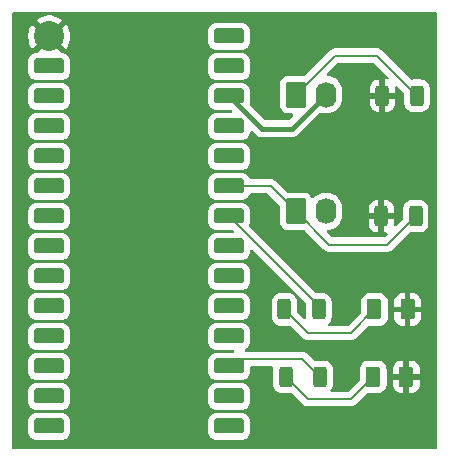
<source format=gtl>
G04 #@! TF.GenerationSoftware,KiCad,Pcbnew,9.0.2*
G04 #@! TF.CreationDate,2025-06-20T10:59:13-07:00*
G04 #@! TF.ProjectId,fsrPrototype1,66737250-726f-4746-9f74-797065312e6b,rev?*
G04 #@! TF.SameCoordinates,Original*
G04 #@! TF.FileFunction,Copper,L1,Top*
G04 #@! TF.FilePolarity,Positive*
%FSLAX46Y46*%
G04 Gerber Fmt 4.6, Leading zero omitted, Abs format (unit mm)*
G04 Created by KiCad (PCBNEW 9.0.2) date 2025-06-20 10:59:13*
%MOMM*%
%LPD*%
G01*
G04 APERTURE LIST*
G04 Aperture macros list*
%AMRoundRect*
0 Rectangle with rounded corners*
0 $1 Rounding radius*
0 $2 $3 $4 $5 $6 $7 $8 $9 X,Y pos of 4 corners*
0 Add a 4 corners polygon primitive as box body*
4,1,4,$2,$3,$4,$5,$6,$7,$8,$9,$2,$3,0*
0 Add four circle primitives for the rounded corners*
1,1,$1+$1,$2,$3*
1,1,$1+$1,$4,$5*
1,1,$1+$1,$6,$7*
1,1,$1+$1,$8,$9*
0 Add four rect primitives between the rounded corners*
20,1,$1+$1,$2,$3,$4,$5,0*
20,1,$1+$1,$4,$5,$6,$7,0*
20,1,$1+$1,$6,$7,$8,$9,0*
20,1,$1+$1,$8,$9,$2,$3,0*%
G04 Aperture macros list end*
G04 #@! TA.AperFunction,ComponentPad*
%ADD10RoundRect,0.250000X-0.620000X-0.845000X0.620000X-0.845000X0.620000X0.845000X-0.620000X0.845000X0*%
G04 #@! TD*
G04 #@! TA.AperFunction,ComponentPad*
%ADD11O,1.740000X2.190000*%
G04 #@! TD*
G04 #@! TA.AperFunction,SMDPad,CuDef*
%ADD12RoundRect,0.250000X0.375000X0.625000X-0.375000X0.625000X-0.375000X-0.625000X0.375000X-0.625000X0*%
G04 #@! TD*
G04 #@! TA.AperFunction,SMDPad,CuDef*
%ADD13RoundRect,0.250000X0.312500X0.625000X-0.312500X0.625000X-0.312500X-0.625000X0.312500X-0.625000X0*%
G04 #@! TD*
G04 #@! TA.AperFunction,ComponentPad*
%ADD14C,2.540000*%
G04 #@! TD*
G04 #@! TA.AperFunction,ComponentPad*
%ADD15RoundRect,0.190500X-1.079500X-0.444500X1.079500X-0.444500X1.079500X0.444500X-1.079500X0.444500X0*%
G04 #@! TD*
G04 #@! TA.AperFunction,SMDPad,CuDef*
%ADD16RoundRect,0.250000X-0.312500X-0.625000X0.312500X-0.625000X0.312500X0.625000X-0.312500X0.625000X0*%
G04 #@! TD*
G04 #@! TA.AperFunction,Conductor*
%ADD17C,0.200000*%
G04 #@! TD*
G04 #@! TA.AperFunction,Conductor*
%ADD18C,0.400000*%
G04 #@! TD*
G04 APERTURE END LIST*
D10*
X65560000Y-62500000D03*
D11*
X68100000Y-62500000D03*
D12*
X75000000Y-80700000D03*
X72200000Y-80700000D03*
D13*
X67600000Y-86400000D03*
X64675000Y-86400000D03*
D14*
X44660000Y-57580000D03*
D15*
X44660000Y-60120000D03*
X44660000Y-62660000D03*
X44660000Y-65200000D03*
X44660000Y-67740000D03*
X44660000Y-70280000D03*
X44660000Y-72820000D03*
X44660000Y-75360000D03*
X44660000Y-77900000D03*
X44660000Y-80440000D03*
X44660000Y-82980000D03*
X44660000Y-85520000D03*
X44660000Y-88060000D03*
X44660000Y-90600000D03*
X59900000Y-90600000D03*
X59900000Y-88060000D03*
X59900000Y-85520000D03*
X59900000Y-82980000D03*
X59900000Y-80440000D03*
X59900000Y-77900000D03*
X59900000Y-75360000D03*
X59900000Y-72820000D03*
X59900000Y-70280000D03*
X59900000Y-67740000D03*
X59900000Y-65200000D03*
X59900000Y-62660000D03*
X59900000Y-60120000D03*
X59900000Y-57580000D03*
D16*
X64575000Y-80700000D03*
X67500000Y-80700000D03*
X72775000Y-72800000D03*
X75700000Y-72800000D03*
D12*
X74900000Y-86400000D03*
X72100000Y-86400000D03*
D10*
X65560000Y-72400000D03*
D11*
X68100000Y-72400000D03*
D16*
X72875000Y-62600000D03*
X75800000Y-62600000D03*
D17*
X70200000Y-88300000D02*
X72100000Y-86400000D01*
X66575000Y-88300000D02*
X70200000Y-88300000D01*
X64675000Y-86400000D02*
X66575000Y-88300000D01*
X70200000Y-82700000D02*
X72200000Y-80700000D01*
X66575000Y-82700000D02*
X70200000Y-82700000D01*
X64575000Y-80700000D02*
X66575000Y-82700000D01*
X73300000Y-75200000D02*
X75700000Y-72800000D01*
X68360000Y-75200000D02*
X73300000Y-75200000D01*
X65560000Y-72400000D02*
X68360000Y-75200000D01*
D18*
X65200000Y-65400000D02*
X68100000Y-62500000D01*
X62640000Y-65400000D02*
X65200000Y-65400000D01*
X59900000Y-62660000D02*
X62640000Y-65400000D01*
D17*
X72400000Y-59200000D02*
X75800000Y-62600000D01*
X68860000Y-59200000D02*
X72400000Y-59200000D01*
X65560000Y-62500000D02*
X68860000Y-59200000D01*
X59900000Y-70280000D02*
X63440000Y-70280000D01*
X63440000Y-70280000D02*
X65560000Y-72400000D01*
X59900000Y-85520000D02*
X60535000Y-84885000D01*
X60535000Y-84885000D02*
X66085000Y-84885000D01*
X66085000Y-84885000D02*
X67600000Y-86400000D01*
X59900000Y-72820000D02*
X67500000Y-80420000D01*
X67500000Y-80420000D02*
X67500000Y-80700000D01*
G04 #@! TA.AperFunction,Conductor*
G36*
X77442539Y-55520185D02*
G01*
X77488294Y-55572989D01*
X77499500Y-55624500D01*
X77499500Y-92375500D01*
X77479815Y-92442539D01*
X77427011Y-92488294D01*
X77375500Y-92499500D01*
X41624500Y-92499500D01*
X41557461Y-92479815D01*
X41511706Y-92427011D01*
X41500500Y-92375500D01*
X41500500Y-90099655D01*
X42889500Y-90099655D01*
X42889500Y-91100354D01*
X42895825Y-91169966D01*
X42895828Y-91169977D01*
X42945747Y-91330175D01*
X42945749Y-91330179D01*
X43032556Y-91473777D01*
X43032560Y-91473782D01*
X43151217Y-91592439D01*
X43151222Y-91592443D01*
X43271815Y-91665343D01*
X43294822Y-91679251D01*
X43455029Y-91729173D01*
X43524653Y-91735500D01*
X45795346Y-91735499D01*
X45795353Y-91735499D01*
X45864966Y-91729174D01*
X45864969Y-91729173D01*
X45864971Y-91729173D01*
X46025178Y-91679251D01*
X46099089Y-91634570D01*
X46168777Y-91592443D01*
X46168778Y-91592441D01*
X46168783Y-91592439D01*
X46287439Y-91473783D01*
X46374251Y-91330178D01*
X46424173Y-91169971D01*
X46430500Y-91100347D01*
X46430499Y-90099655D01*
X58129500Y-90099655D01*
X58129500Y-91100354D01*
X58135825Y-91169966D01*
X58135828Y-91169977D01*
X58185747Y-91330175D01*
X58185749Y-91330179D01*
X58272556Y-91473777D01*
X58272560Y-91473782D01*
X58391217Y-91592439D01*
X58391222Y-91592443D01*
X58511815Y-91665343D01*
X58534822Y-91679251D01*
X58695029Y-91729173D01*
X58764653Y-91735500D01*
X61035346Y-91735499D01*
X61035353Y-91735499D01*
X61104966Y-91729174D01*
X61104969Y-91729173D01*
X61104971Y-91729173D01*
X61265178Y-91679251D01*
X61339089Y-91634570D01*
X61408777Y-91592443D01*
X61408778Y-91592441D01*
X61408783Y-91592439D01*
X61527439Y-91473783D01*
X61614251Y-91330178D01*
X61664173Y-91169971D01*
X61670500Y-91100347D01*
X61670499Y-90099654D01*
X61670499Y-90099653D01*
X61670499Y-90099645D01*
X61664174Y-90030033D01*
X61664171Y-90030022D01*
X61614252Y-89869824D01*
X61614250Y-89869820D01*
X61527443Y-89726222D01*
X61527439Y-89726217D01*
X61408782Y-89607560D01*
X61408777Y-89607556D01*
X61265180Y-89520750D01*
X61265179Y-89520749D01*
X61265178Y-89520749D01*
X61104971Y-89470827D01*
X61104969Y-89470826D01*
X61104967Y-89470826D01*
X61056221Y-89466396D01*
X61035347Y-89464500D01*
X61035344Y-89464500D01*
X58764645Y-89464500D01*
X58695033Y-89470825D01*
X58695022Y-89470828D01*
X58534824Y-89520747D01*
X58534820Y-89520749D01*
X58391222Y-89607556D01*
X58391217Y-89607560D01*
X58272560Y-89726217D01*
X58272556Y-89726222D01*
X58185750Y-89869819D01*
X58135826Y-90030032D01*
X58129500Y-90099655D01*
X46430499Y-90099655D01*
X46430499Y-90099654D01*
X46430499Y-90099653D01*
X46430499Y-90099645D01*
X46424174Y-90030033D01*
X46424171Y-90030022D01*
X46374252Y-89869824D01*
X46374250Y-89869820D01*
X46287443Y-89726222D01*
X46287439Y-89726217D01*
X46168782Y-89607560D01*
X46168777Y-89607556D01*
X46025180Y-89520750D01*
X46025179Y-89520749D01*
X46025178Y-89520749D01*
X45864971Y-89470827D01*
X45864969Y-89470826D01*
X45864967Y-89470826D01*
X45816221Y-89466396D01*
X45795347Y-89464500D01*
X45795344Y-89464500D01*
X43524645Y-89464500D01*
X43455033Y-89470825D01*
X43455022Y-89470828D01*
X43294824Y-89520747D01*
X43294820Y-89520749D01*
X43151222Y-89607556D01*
X43151217Y-89607560D01*
X43032560Y-89726217D01*
X43032556Y-89726222D01*
X42945750Y-89869819D01*
X42895826Y-90030032D01*
X42889500Y-90099655D01*
X41500500Y-90099655D01*
X41500500Y-87559655D01*
X42889500Y-87559655D01*
X42889500Y-88560354D01*
X42895825Y-88629966D01*
X42895828Y-88629977D01*
X42945747Y-88790175D01*
X42945749Y-88790179D01*
X43032556Y-88933777D01*
X43032560Y-88933782D01*
X43151217Y-89052439D01*
X43151222Y-89052443D01*
X43271815Y-89125343D01*
X43294822Y-89139251D01*
X43455029Y-89189173D01*
X43524653Y-89195500D01*
X45795346Y-89195499D01*
X45795353Y-89195499D01*
X45864966Y-89189174D01*
X45864969Y-89189173D01*
X45864971Y-89189173D01*
X46025178Y-89139251D01*
X46099089Y-89094570D01*
X46168777Y-89052443D01*
X46168778Y-89052441D01*
X46168783Y-89052439D01*
X46287439Y-88933783D01*
X46374251Y-88790178D01*
X46424173Y-88629971D01*
X46430500Y-88560347D01*
X46430499Y-87559655D01*
X58129500Y-87559655D01*
X58129500Y-88560354D01*
X58135825Y-88629966D01*
X58135828Y-88629977D01*
X58185747Y-88790175D01*
X58185749Y-88790179D01*
X58272556Y-88933777D01*
X58272560Y-88933782D01*
X58391217Y-89052439D01*
X58391222Y-89052443D01*
X58511815Y-89125343D01*
X58534822Y-89139251D01*
X58695029Y-89189173D01*
X58764653Y-89195500D01*
X61035346Y-89195499D01*
X61035353Y-89195499D01*
X61104966Y-89189174D01*
X61104969Y-89189173D01*
X61104971Y-89189173D01*
X61265178Y-89139251D01*
X61339089Y-89094570D01*
X61408777Y-89052443D01*
X61408778Y-89052441D01*
X61408783Y-89052439D01*
X61527439Y-88933783D01*
X61614251Y-88790178D01*
X61664173Y-88629971D01*
X61670500Y-88560347D01*
X61670499Y-87559654D01*
X61670499Y-87559653D01*
X61670499Y-87559645D01*
X61664174Y-87490033D01*
X61664171Y-87490022D01*
X61614252Y-87329824D01*
X61614250Y-87329820D01*
X61527443Y-87186222D01*
X61527439Y-87186217D01*
X61408782Y-87067560D01*
X61408777Y-87067556D01*
X61265180Y-86980750D01*
X61265179Y-86980749D01*
X61265178Y-86980749D01*
X61104971Y-86930827D01*
X61104969Y-86930826D01*
X61104967Y-86930826D01*
X61056221Y-86926396D01*
X61035347Y-86924500D01*
X61035344Y-86924500D01*
X58764645Y-86924500D01*
X58695033Y-86930825D01*
X58695022Y-86930828D01*
X58534824Y-86980747D01*
X58534820Y-86980749D01*
X58391222Y-87067556D01*
X58391217Y-87067560D01*
X58272560Y-87186217D01*
X58272556Y-87186222D01*
X58185750Y-87329819D01*
X58135826Y-87490032D01*
X58129500Y-87559655D01*
X46430499Y-87559655D01*
X46430499Y-87559654D01*
X46430499Y-87559653D01*
X46430499Y-87559645D01*
X46424174Y-87490033D01*
X46424171Y-87490022D01*
X46374252Y-87329824D01*
X46374250Y-87329820D01*
X46287443Y-87186222D01*
X46287439Y-87186217D01*
X46168782Y-87067560D01*
X46168777Y-87067556D01*
X46025180Y-86980750D01*
X46025179Y-86980749D01*
X46025178Y-86980749D01*
X45864971Y-86930827D01*
X45864969Y-86930826D01*
X45864967Y-86930826D01*
X45816221Y-86926396D01*
X45795347Y-86924500D01*
X45795344Y-86924500D01*
X43524645Y-86924500D01*
X43455033Y-86930825D01*
X43455022Y-86930828D01*
X43294824Y-86980747D01*
X43294820Y-86980749D01*
X43151222Y-87067556D01*
X43151217Y-87067560D01*
X43032560Y-87186217D01*
X43032556Y-87186222D01*
X42945750Y-87329819D01*
X42895826Y-87490032D01*
X42889500Y-87559655D01*
X41500500Y-87559655D01*
X41500500Y-85019655D01*
X42889500Y-85019655D01*
X42889500Y-86020354D01*
X42895825Y-86089966D01*
X42895828Y-86089977D01*
X42945747Y-86250175D01*
X42945749Y-86250179D01*
X43032556Y-86393777D01*
X43032560Y-86393782D01*
X43151217Y-86512439D01*
X43151222Y-86512443D01*
X43233864Y-86562401D01*
X43294822Y-86599251D01*
X43455029Y-86649173D01*
X43524653Y-86655500D01*
X45795346Y-86655499D01*
X45795353Y-86655499D01*
X45864966Y-86649174D01*
X45864969Y-86649173D01*
X45864971Y-86649173D01*
X46025178Y-86599251D01*
X46099089Y-86554570D01*
X46168777Y-86512443D01*
X46168778Y-86512441D01*
X46168783Y-86512439D01*
X46287439Y-86393783D01*
X46374251Y-86250178D01*
X46424173Y-86089971D01*
X46430500Y-86020347D01*
X46430499Y-85019654D01*
X46430499Y-85019653D01*
X46430499Y-85019645D01*
X46424174Y-84950033D01*
X46424171Y-84950022D01*
X46374252Y-84789824D01*
X46374250Y-84789820D01*
X46287443Y-84646222D01*
X46287439Y-84646217D01*
X46168782Y-84527560D01*
X46168777Y-84527556D01*
X46025180Y-84440750D01*
X46025179Y-84440749D01*
X46025178Y-84440749D01*
X45864971Y-84390827D01*
X45864969Y-84390826D01*
X45864967Y-84390826D01*
X45816221Y-84386396D01*
X45795347Y-84384500D01*
X45795344Y-84384500D01*
X43524645Y-84384500D01*
X43455033Y-84390825D01*
X43455022Y-84390828D01*
X43294824Y-84440747D01*
X43294820Y-84440749D01*
X43151222Y-84527556D01*
X43151217Y-84527560D01*
X43032560Y-84646217D01*
X43032556Y-84646222D01*
X42945750Y-84789819D01*
X42895826Y-84950032D01*
X42889500Y-85019655D01*
X41500500Y-85019655D01*
X41500500Y-82479655D01*
X42889500Y-82479655D01*
X42889500Y-83480354D01*
X42895825Y-83549966D01*
X42895828Y-83549977D01*
X42945747Y-83710175D01*
X42945749Y-83710179D01*
X43032556Y-83853777D01*
X43032560Y-83853782D01*
X43151217Y-83972439D01*
X43151222Y-83972443D01*
X43271815Y-84045343D01*
X43294822Y-84059251D01*
X43455029Y-84109173D01*
X43524653Y-84115500D01*
X45795346Y-84115499D01*
X45795353Y-84115499D01*
X45864966Y-84109174D01*
X45864969Y-84109173D01*
X45864971Y-84109173D01*
X46025178Y-84059251D01*
X46099089Y-84014570D01*
X46168777Y-83972443D01*
X46168778Y-83972441D01*
X46168783Y-83972439D01*
X46287439Y-83853783D01*
X46374251Y-83710178D01*
X46424173Y-83549971D01*
X46430500Y-83480347D01*
X46430499Y-82479655D01*
X58129500Y-82479655D01*
X58129500Y-83480354D01*
X58135825Y-83549966D01*
X58135828Y-83549977D01*
X58185747Y-83710175D01*
X58185749Y-83710179D01*
X58272556Y-83853777D01*
X58272560Y-83853782D01*
X58391217Y-83972439D01*
X58391222Y-83972443D01*
X58511815Y-84045343D01*
X58534822Y-84059251D01*
X58695029Y-84109173D01*
X58764653Y-84115500D01*
X60204040Y-84115499D01*
X60206969Y-84116359D01*
X60209939Y-84115639D01*
X60240282Y-84126141D01*
X60271078Y-84135184D01*
X60273078Y-84137492D01*
X60275966Y-84138492D01*
X60295812Y-84163729D01*
X60316833Y-84187987D01*
X60317267Y-84191010D01*
X60319157Y-84193413D01*
X60322208Y-84225373D01*
X60326777Y-84257146D01*
X60325507Y-84259925D01*
X60325798Y-84262966D01*
X60311089Y-84291496D01*
X60297752Y-84320702D01*
X60294759Y-84323172D01*
X60293782Y-84325069D01*
X60266039Y-84346886D01*
X60229664Y-84367887D01*
X60167664Y-84384500D01*
X58764645Y-84384500D01*
X58695033Y-84390825D01*
X58695022Y-84390828D01*
X58534824Y-84440747D01*
X58534820Y-84440749D01*
X58391222Y-84527556D01*
X58391217Y-84527560D01*
X58272560Y-84646217D01*
X58272556Y-84646222D01*
X58185750Y-84789819D01*
X58135826Y-84950032D01*
X58129500Y-85019655D01*
X58129500Y-86020354D01*
X58135825Y-86089966D01*
X58135828Y-86089977D01*
X58185747Y-86250175D01*
X58185749Y-86250179D01*
X58272556Y-86393777D01*
X58272560Y-86393782D01*
X58391217Y-86512439D01*
X58391222Y-86512443D01*
X58473864Y-86562401D01*
X58534822Y-86599251D01*
X58695029Y-86649173D01*
X58764653Y-86655500D01*
X61035346Y-86655499D01*
X61035353Y-86655499D01*
X61104966Y-86649174D01*
X61104969Y-86649173D01*
X61104971Y-86649173D01*
X61265178Y-86599251D01*
X61339089Y-86554570D01*
X61408777Y-86512443D01*
X61408778Y-86512441D01*
X61408783Y-86512439D01*
X61527439Y-86393783D01*
X61614251Y-86250178D01*
X61664173Y-86089971D01*
X61670500Y-86020347D01*
X61670499Y-85609499D01*
X61690183Y-85542461D01*
X61742987Y-85496706D01*
X61794499Y-85485500D01*
X63499153Y-85485500D01*
X63566192Y-85505185D01*
X63611947Y-85557989D01*
X63622511Y-85622102D01*
X63612000Y-85724981D01*
X63612000Y-87075001D01*
X63612001Y-87075018D01*
X63622500Y-87177796D01*
X63622501Y-87177799D01*
X63672877Y-87329822D01*
X63677686Y-87344334D01*
X63769788Y-87493656D01*
X63893844Y-87617712D01*
X64043166Y-87709814D01*
X64209703Y-87764999D01*
X64312491Y-87775500D01*
X65037508Y-87775499D01*
X65127469Y-87766309D01*
X65196160Y-87779078D01*
X65227750Y-87801986D01*
X66206284Y-88780520D01*
X66206286Y-88780521D01*
X66206290Y-88780524D01*
X66343209Y-88859573D01*
X66343216Y-88859577D01*
X66495943Y-88900501D01*
X66495945Y-88900501D01*
X66661654Y-88900501D01*
X66661670Y-88900500D01*
X70113331Y-88900500D01*
X70113347Y-88900501D01*
X70120943Y-88900501D01*
X70279054Y-88900501D01*
X70279057Y-88900501D01*
X70431785Y-88859577D01*
X70481904Y-88830639D01*
X70568716Y-88780520D01*
X70680520Y-88668716D01*
X70680520Y-88668714D01*
X70690728Y-88658507D01*
X70690729Y-88658504D01*
X71541457Y-87807777D01*
X71602778Y-87774294D01*
X71641735Y-87772102D01*
X71674991Y-87775500D01*
X72525008Y-87775499D01*
X72525016Y-87775498D01*
X72525019Y-87775498D01*
X72581302Y-87769748D01*
X72627797Y-87764999D01*
X72794334Y-87709814D01*
X72943656Y-87617712D01*
X73067712Y-87493656D01*
X73159814Y-87344334D01*
X73214999Y-87177797D01*
X73225500Y-87075009D01*
X73225500Y-87074986D01*
X73775001Y-87074986D01*
X73785494Y-87177697D01*
X73840641Y-87344119D01*
X73840643Y-87344124D01*
X73932684Y-87493345D01*
X74056654Y-87617315D01*
X74205875Y-87709356D01*
X74205880Y-87709358D01*
X74372302Y-87764505D01*
X74372309Y-87764506D01*
X74475019Y-87774999D01*
X74649999Y-87774999D01*
X75150000Y-87774999D01*
X75324972Y-87774999D01*
X75324986Y-87774998D01*
X75427697Y-87764505D01*
X75594119Y-87709358D01*
X75594124Y-87709356D01*
X75743345Y-87617315D01*
X75867315Y-87493345D01*
X75959356Y-87344124D01*
X75959358Y-87344119D01*
X76014505Y-87177697D01*
X76014506Y-87177690D01*
X76024999Y-87074986D01*
X76025000Y-87074973D01*
X76025000Y-86650000D01*
X75150000Y-86650000D01*
X75150000Y-87774999D01*
X74649999Y-87774999D01*
X74650000Y-87774998D01*
X74650000Y-86650000D01*
X73775001Y-86650000D01*
X73775001Y-87074986D01*
X73225500Y-87074986D01*
X73225499Y-86393783D01*
X73225499Y-85725013D01*
X73775000Y-85725013D01*
X73775000Y-86150000D01*
X74650000Y-86150000D01*
X75150000Y-86150000D01*
X76024999Y-86150000D01*
X76024999Y-85725028D01*
X76024998Y-85725013D01*
X76014505Y-85622302D01*
X75959358Y-85455880D01*
X75959356Y-85455875D01*
X75867315Y-85306654D01*
X75743345Y-85182684D01*
X75594124Y-85090643D01*
X75594119Y-85090641D01*
X75427697Y-85035494D01*
X75427690Y-85035493D01*
X75324986Y-85025000D01*
X75150000Y-85025000D01*
X75150000Y-86150000D01*
X74650000Y-86150000D01*
X74650000Y-85025000D01*
X74475029Y-85025000D01*
X74475012Y-85025001D01*
X74372302Y-85035494D01*
X74205880Y-85090641D01*
X74205875Y-85090643D01*
X74056654Y-85182684D01*
X73932684Y-85306654D01*
X73840643Y-85455875D01*
X73840641Y-85455880D01*
X73785494Y-85622302D01*
X73785493Y-85622309D01*
X73775000Y-85725013D01*
X73225499Y-85725013D01*
X73225499Y-85724998D01*
X73225498Y-85724981D01*
X73214999Y-85622203D01*
X73214998Y-85622200D01*
X73194072Y-85559050D01*
X73159814Y-85455666D01*
X73067712Y-85306344D01*
X72943656Y-85182288D01*
X72794334Y-85090186D01*
X72627797Y-85035001D01*
X72627795Y-85035000D01*
X72525010Y-85024500D01*
X71674998Y-85024500D01*
X71674980Y-85024501D01*
X71572203Y-85035000D01*
X71572200Y-85035001D01*
X71405668Y-85090185D01*
X71405663Y-85090187D01*
X71256342Y-85182289D01*
X71132289Y-85306342D01*
X71040187Y-85455663D01*
X71040185Y-85455668D01*
X71023777Y-85505185D01*
X70985001Y-85622203D01*
X70985001Y-85622204D01*
X70985000Y-85622204D01*
X70974500Y-85724983D01*
X70974500Y-86624901D01*
X70954815Y-86691940D01*
X70938181Y-86712582D01*
X69987584Y-87663181D01*
X69926261Y-87696666D01*
X69899903Y-87699500D01*
X68598577Y-87699500D01*
X68531538Y-87679815D01*
X68485783Y-87627011D01*
X68475839Y-87557853D01*
X68501312Y-87498587D01*
X68505204Y-87493663D01*
X68505212Y-87493656D01*
X68597314Y-87344334D01*
X68652499Y-87177797D01*
X68663000Y-87075009D01*
X68662999Y-85724992D01*
X68652499Y-85622203D01*
X68597314Y-85455666D01*
X68505212Y-85306344D01*
X68381156Y-85182288D01*
X68231834Y-85090186D01*
X68065297Y-85035001D01*
X68065295Y-85035000D01*
X67962510Y-85024500D01*
X67237498Y-85024500D01*
X67237480Y-85024501D01*
X67147531Y-85033690D01*
X67078838Y-85020920D01*
X67047249Y-84998013D01*
X66572590Y-84523355D01*
X66572588Y-84523352D01*
X66453717Y-84404481D01*
X66453716Y-84404480D01*
X66366904Y-84354360D01*
X66366904Y-84354359D01*
X66366900Y-84354358D01*
X66316785Y-84325423D01*
X66164057Y-84284499D01*
X66005943Y-84284499D01*
X65998347Y-84284499D01*
X65998331Y-84284500D01*
X61337380Y-84284500D01*
X61270341Y-84264815D01*
X61224586Y-84212011D01*
X61214642Y-84142853D01*
X61243667Y-84079297D01*
X61273231Y-84054383D01*
X61408778Y-83972442D01*
X61408777Y-83972442D01*
X61408783Y-83972439D01*
X61527439Y-83853783D01*
X61614251Y-83710178D01*
X61664173Y-83549971D01*
X61670500Y-83480347D01*
X61670499Y-82479654D01*
X61670499Y-82479653D01*
X61670499Y-82479645D01*
X61664174Y-82410033D01*
X61664171Y-82410022D01*
X61614252Y-82249824D01*
X61614250Y-82249820D01*
X61527443Y-82106222D01*
X61527439Y-82106217D01*
X61408782Y-81987560D01*
X61408777Y-81987556D01*
X61265180Y-81900750D01*
X61265179Y-81900749D01*
X61265178Y-81900749D01*
X61104971Y-81850827D01*
X61104969Y-81850826D01*
X61104967Y-81850826D01*
X61056221Y-81846396D01*
X61035347Y-81844500D01*
X61035344Y-81844500D01*
X58764645Y-81844500D01*
X58695033Y-81850825D01*
X58695022Y-81850828D01*
X58534824Y-81900747D01*
X58534820Y-81900749D01*
X58391222Y-81987556D01*
X58391217Y-81987560D01*
X58272560Y-82106217D01*
X58272556Y-82106222D01*
X58185750Y-82249819D01*
X58135826Y-82410032D01*
X58129500Y-82479655D01*
X46430499Y-82479655D01*
X46430499Y-82479654D01*
X46430499Y-82479653D01*
X46430499Y-82479645D01*
X46424174Y-82410033D01*
X46424171Y-82410022D01*
X46374252Y-82249824D01*
X46374250Y-82249820D01*
X46287443Y-82106222D01*
X46287439Y-82106217D01*
X46168782Y-81987560D01*
X46168777Y-81987556D01*
X46025180Y-81900750D01*
X46025179Y-81900749D01*
X46025178Y-81900749D01*
X45864971Y-81850827D01*
X45864969Y-81850826D01*
X45864967Y-81850826D01*
X45816221Y-81846396D01*
X45795347Y-81844500D01*
X45795344Y-81844500D01*
X43524645Y-81844500D01*
X43455033Y-81850825D01*
X43455022Y-81850828D01*
X43294824Y-81900747D01*
X43294820Y-81900749D01*
X43151222Y-81987556D01*
X43151217Y-81987560D01*
X43032560Y-82106217D01*
X43032556Y-82106222D01*
X42945750Y-82249819D01*
X42895826Y-82410032D01*
X42889500Y-82479655D01*
X41500500Y-82479655D01*
X41500500Y-79939655D01*
X42889500Y-79939655D01*
X42889500Y-80940354D01*
X42895825Y-81009966D01*
X42895828Y-81009977D01*
X42945747Y-81170175D01*
X42945749Y-81170179D01*
X43032556Y-81313777D01*
X43032560Y-81313782D01*
X43151217Y-81432439D01*
X43151222Y-81432443D01*
X43270808Y-81504734D01*
X43294822Y-81519251D01*
X43455029Y-81569173D01*
X43524653Y-81575500D01*
X45795346Y-81575499D01*
X45795353Y-81575499D01*
X45864966Y-81569174D01*
X45864969Y-81569173D01*
X45864971Y-81569173D01*
X45971775Y-81535891D01*
X46025175Y-81519252D01*
X46025175Y-81519251D01*
X46025178Y-81519251D01*
X46101445Y-81473146D01*
X46168777Y-81432443D01*
X46168778Y-81432441D01*
X46168783Y-81432439D01*
X46287439Y-81313783D01*
X46374251Y-81170178D01*
X46424173Y-81009971D01*
X46430500Y-80940347D01*
X46430499Y-79939655D01*
X58129500Y-79939655D01*
X58129500Y-80940354D01*
X58135825Y-81009966D01*
X58135828Y-81009977D01*
X58185747Y-81170175D01*
X58185749Y-81170179D01*
X58272556Y-81313777D01*
X58272560Y-81313782D01*
X58391217Y-81432439D01*
X58391222Y-81432443D01*
X58510808Y-81504734D01*
X58534822Y-81519251D01*
X58695029Y-81569173D01*
X58764653Y-81575500D01*
X61035346Y-81575499D01*
X61035353Y-81575499D01*
X61104966Y-81569174D01*
X61104969Y-81569173D01*
X61104971Y-81569173D01*
X61211775Y-81535891D01*
X61265175Y-81519252D01*
X61265175Y-81519251D01*
X61265178Y-81519251D01*
X61341445Y-81473146D01*
X61408777Y-81432443D01*
X61408778Y-81432441D01*
X61408783Y-81432439D01*
X61527439Y-81313783D01*
X61614251Y-81170178D01*
X61664173Y-81009971D01*
X61670500Y-80940347D01*
X61670499Y-79939654D01*
X61670499Y-79939653D01*
X61670499Y-79939645D01*
X61664174Y-79870033D01*
X61664171Y-79870022D01*
X61614252Y-79709824D01*
X61614250Y-79709820D01*
X61527443Y-79566222D01*
X61527439Y-79566217D01*
X61408782Y-79447560D01*
X61408777Y-79447556D01*
X61265180Y-79360750D01*
X61265179Y-79360749D01*
X61265178Y-79360749D01*
X61104971Y-79310827D01*
X61104969Y-79310826D01*
X61104967Y-79310826D01*
X61056221Y-79306396D01*
X61035347Y-79304500D01*
X61035344Y-79304500D01*
X58764645Y-79304500D01*
X58695033Y-79310825D01*
X58695022Y-79310828D01*
X58534824Y-79360747D01*
X58534820Y-79360749D01*
X58391222Y-79447556D01*
X58391217Y-79447560D01*
X58272560Y-79566217D01*
X58272556Y-79566222D01*
X58185750Y-79709819D01*
X58135826Y-79870032D01*
X58129500Y-79939655D01*
X46430499Y-79939655D01*
X46430499Y-79939654D01*
X46430499Y-79939653D01*
X46430499Y-79939645D01*
X46424174Y-79870033D01*
X46424171Y-79870022D01*
X46374252Y-79709824D01*
X46374250Y-79709820D01*
X46287443Y-79566222D01*
X46287439Y-79566217D01*
X46168782Y-79447560D01*
X46168777Y-79447556D01*
X46025180Y-79360750D01*
X46025179Y-79360749D01*
X46025178Y-79360749D01*
X45864971Y-79310827D01*
X45864969Y-79310826D01*
X45864967Y-79310826D01*
X45816221Y-79306396D01*
X45795347Y-79304500D01*
X45795344Y-79304500D01*
X43524645Y-79304500D01*
X43455033Y-79310825D01*
X43455022Y-79310828D01*
X43294824Y-79360747D01*
X43294820Y-79360749D01*
X43151222Y-79447556D01*
X43151217Y-79447560D01*
X43032560Y-79566217D01*
X43032556Y-79566222D01*
X42945750Y-79709819D01*
X42895826Y-79870032D01*
X42889500Y-79939655D01*
X41500500Y-79939655D01*
X41500500Y-77399655D01*
X42889500Y-77399655D01*
X42889500Y-78400354D01*
X42895825Y-78469966D01*
X42895828Y-78469977D01*
X42945747Y-78630175D01*
X42945749Y-78630179D01*
X43032556Y-78773777D01*
X43032560Y-78773782D01*
X43151217Y-78892439D01*
X43151222Y-78892443D01*
X43271815Y-78965343D01*
X43294822Y-78979251D01*
X43455029Y-79029173D01*
X43524653Y-79035500D01*
X45795346Y-79035499D01*
X45795353Y-79035499D01*
X45864966Y-79029174D01*
X45864969Y-79029173D01*
X45864971Y-79029173D01*
X46025178Y-78979251D01*
X46099089Y-78934570D01*
X46168777Y-78892443D01*
X46168778Y-78892441D01*
X46168783Y-78892439D01*
X46287439Y-78773783D01*
X46374251Y-78630178D01*
X46424173Y-78469971D01*
X46430500Y-78400347D01*
X46430499Y-77399655D01*
X58129500Y-77399655D01*
X58129500Y-78400354D01*
X58135825Y-78469966D01*
X58135828Y-78469977D01*
X58185747Y-78630175D01*
X58185749Y-78630179D01*
X58272556Y-78773777D01*
X58272560Y-78773782D01*
X58391217Y-78892439D01*
X58391222Y-78892443D01*
X58511815Y-78965343D01*
X58534822Y-78979251D01*
X58695029Y-79029173D01*
X58764653Y-79035500D01*
X61035346Y-79035499D01*
X61035353Y-79035499D01*
X61104966Y-79029174D01*
X61104969Y-79029173D01*
X61104971Y-79029173D01*
X61265178Y-78979251D01*
X61339089Y-78934570D01*
X61408777Y-78892443D01*
X61408778Y-78892441D01*
X61408783Y-78892439D01*
X61527439Y-78773783D01*
X61614251Y-78630178D01*
X61664173Y-78469971D01*
X61670500Y-78400347D01*
X61670499Y-77399654D01*
X61670499Y-77399653D01*
X61670499Y-77399645D01*
X61664174Y-77330033D01*
X61664171Y-77330022D01*
X61614252Y-77169824D01*
X61614250Y-77169820D01*
X61527443Y-77026222D01*
X61527439Y-77026217D01*
X61408782Y-76907560D01*
X61408777Y-76907556D01*
X61265180Y-76820750D01*
X61265179Y-76820749D01*
X61265178Y-76820749D01*
X61104971Y-76770827D01*
X61104969Y-76770826D01*
X61104967Y-76770826D01*
X61056221Y-76766396D01*
X61035347Y-76764500D01*
X61035344Y-76764500D01*
X58764645Y-76764500D01*
X58695033Y-76770825D01*
X58695022Y-76770828D01*
X58534824Y-76820747D01*
X58534820Y-76820749D01*
X58391222Y-76907556D01*
X58391217Y-76907560D01*
X58272560Y-77026217D01*
X58272556Y-77026222D01*
X58185750Y-77169819D01*
X58135826Y-77330032D01*
X58129500Y-77399655D01*
X46430499Y-77399655D01*
X46430499Y-77399654D01*
X46430499Y-77399653D01*
X46430499Y-77399645D01*
X46424174Y-77330033D01*
X46424171Y-77330022D01*
X46374252Y-77169824D01*
X46374250Y-77169820D01*
X46287443Y-77026222D01*
X46287439Y-77026217D01*
X46168782Y-76907560D01*
X46168777Y-76907556D01*
X46025180Y-76820750D01*
X46025179Y-76820749D01*
X46025178Y-76820749D01*
X45864971Y-76770827D01*
X45864969Y-76770826D01*
X45864967Y-76770826D01*
X45816221Y-76766396D01*
X45795347Y-76764500D01*
X45795344Y-76764500D01*
X43524645Y-76764500D01*
X43455033Y-76770825D01*
X43455022Y-76770828D01*
X43294824Y-76820747D01*
X43294820Y-76820749D01*
X43151222Y-76907556D01*
X43151217Y-76907560D01*
X43032560Y-77026217D01*
X43032556Y-77026222D01*
X42945750Y-77169819D01*
X42895826Y-77330032D01*
X42889500Y-77399655D01*
X41500500Y-77399655D01*
X41500500Y-74859655D01*
X42889500Y-74859655D01*
X42889500Y-75860354D01*
X42895825Y-75929966D01*
X42895828Y-75929977D01*
X42945747Y-76090175D01*
X42945749Y-76090179D01*
X43032556Y-76233777D01*
X43032560Y-76233782D01*
X43151217Y-76352439D01*
X43151222Y-76352443D01*
X43271815Y-76425343D01*
X43294822Y-76439251D01*
X43455029Y-76489173D01*
X43524653Y-76495500D01*
X45795346Y-76495499D01*
X45795353Y-76495499D01*
X45864966Y-76489174D01*
X45864969Y-76489173D01*
X45864971Y-76489173D01*
X46025178Y-76439251D01*
X46099089Y-76394570D01*
X46168777Y-76352443D01*
X46168778Y-76352441D01*
X46168783Y-76352439D01*
X46287439Y-76233783D01*
X46374251Y-76090178D01*
X46424173Y-75929971D01*
X46430500Y-75860347D01*
X46430499Y-74859654D01*
X46430499Y-74859653D01*
X46430499Y-74859645D01*
X46424174Y-74790033D01*
X46424171Y-74790022D01*
X46374252Y-74629824D01*
X46374250Y-74629820D01*
X46287443Y-74486222D01*
X46287439Y-74486217D01*
X46168782Y-74367560D01*
X46168777Y-74367556D01*
X46025180Y-74280750D01*
X46025179Y-74280749D01*
X46025178Y-74280749D01*
X45864971Y-74230827D01*
X45864969Y-74230826D01*
X45864967Y-74230826D01*
X45816221Y-74226396D01*
X45795347Y-74224500D01*
X45795344Y-74224500D01*
X43524645Y-74224500D01*
X43455033Y-74230825D01*
X43455022Y-74230828D01*
X43294824Y-74280747D01*
X43294820Y-74280749D01*
X43151222Y-74367556D01*
X43151217Y-74367560D01*
X43032560Y-74486217D01*
X43032556Y-74486222D01*
X42945750Y-74629819D01*
X42895826Y-74790032D01*
X42889500Y-74859655D01*
X41500500Y-74859655D01*
X41500500Y-72319655D01*
X42889500Y-72319655D01*
X42889500Y-73320354D01*
X42895825Y-73389966D01*
X42895828Y-73389977D01*
X42945747Y-73550175D01*
X42945749Y-73550179D01*
X43032556Y-73693777D01*
X43032560Y-73693782D01*
X43151217Y-73812439D01*
X43151222Y-73812443D01*
X43271815Y-73885343D01*
X43294822Y-73899251D01*
X43455029Y-73949173D01*
X43524653Y-73955500D01*
X45795346Y-73955499D01*
X45795353Y-73955499D01*
X45864966Y-73949174D01*
X45864969Y-73949173D01*
X45864971Y-73949173D01*
X46025178Y-73899251D01*
X46126980Y-73837710D01*
X46168777Y-73812443D01*
X46168778Y-73812441D01*
X46168783Y-73812439D01*
X46287439Y-73693783D01*
X46374251Y-73550178D01*
X46424173Y-73389971D01*
X46430500Y-73320347D01*
X46430499Y-72319655D01*
X58129500Y-72319655D01*
X58129500Y-73320354D01*
X58135825Y-73389966D01*
X58135828Y-73389977D01*
X58185747Y-73550175D01*
X58185749Y-73550179D01*
X58272556Y-73693777D01*
X58272560Y-73693782D01*
X58391217Y-73812439D01*
X58391222Y-73812443D01*
X58511815Y-73885343D01*
X58534822Y-73899251D01*
X58695029Y-73949173D01*
X58764653Y-73955500D01*
X60134902Y-73955499D01*
X60164342Y-73964143D01*
X60194329Y-73970667D01*
X60199344Y-73974421D01*
X60201941Y-73975184D01*
X60222583Y-73991818D01*
X60243584Y-74012819D01*
X60277069Y-74074142D01*
X60272085Y-74143834D01*
X60230213Y-74199767D01*
X60164749Y-74224184D01*
X60155903Y-74224500D01*
X58764645Y-74224500D01*
X58695033Y-74230825D01*
X58695022Y-74230828D01*
X58534824Y-74280747D01*
X58534820Y-74280749D01*
X58391222Y-74367556D01*
X58391217Y-74367560D01*
X58272560Y-74486217D01*
X58272556Y-74486222D01*
X58185750Y-74629819D01*
X58135826Y-74790032D01*
X58129500Y-74859655D01*
X58129500Y-75860354D01*
X58135825Y-75929966D01*
X58135828Y-75929977D01*
X58185747Y-76090175D01*
X58185749Y-76090179D01*
X58272556Y-76233777D01*
X58272560Y-76233782D01*
X58391217Y-76352439D01*
X58391222Y-76352443D01*
X58511815Y-76425343D01*
X58534822Y-76439251D01*
X58695029Y-76489173D01*
X58764653Y-76495500D01*
X61035346Y-76495499D01*
X61035353Y-76495499D01*
X61104966Y-76489174D01*
X61104969Y-76489173D01*
X61104971Y-76489173D01*
X61265178Y-76439251D01*
X61339089Y-76394570D01*
X61408777Y-76352443D01*
X61408778Y-76352441D01*
X61408783Y-76352439D01*
X61527439Y-76233783D01*
X61614251Y-76090178D01*
X61664173Y-75929971D01*
X61670500Y-75860347D01*
X61670499Y-75739094D01*
X61690183Y-75672057D01*
X61742987Y-75626302D01*
X61812145Y-75616358D01*
X61875701Y-75645382D01*
X61882180Y-75651415D01*
X66400681Y-80169916D01*
X66434166Y-80231239D01*
X66437000Y-80257597D01*
X66437000Y-81375001D01*
X66437002Y-81375023D01*
X66440008Y-81404454D01*
X66427237Y-81473146D01*
X66379356Y-81524030D01*
X66311565Y-81540949D01*
X66245389Y-81518532D01*
X66228969Y-81504734D01*
X65674318Y-80950083D01*
X65640833Y-80888760D01*
X65637999Y-80862402D01*
X65637999Y-80024998D01*
X65637998Y-80024981D01*
X65627499Y-79922203D01*
X65627498Y-79922200D01*
X65572314Y-79755666D01*
X65480212Y-79606344D01*
X65356156Y-79482288D01*
X65206834Y-79390186D01*
X65040297Y-79335001D01*
X65040295Y-79335000D01*
X64937510Y-79324500D01*
X64212498Y-79324500D01*
X64212480Y-79324501D01*
X64109703Y-79335000D01*
X64109700Y-79335001D01*
X63943168Y-79390185D01*
X63943163Y-79390187D01*
X63793842Y-79482289D01*
X63669789Y-79606342D01*
X63577687Y-79755663D01*
X63577685Y-79755668D01*
X63577615Y-79755880D01*
X63522501Y-79922203D01*
X63522501Y-79922204D01*
X63522500Y-79922204D01*
X63512000Y-80024983D01*
X63512000Y-81375001D01*
X63512001Y-81375018D01*
X63522500Y-81477796D01*
X63522501Y-81477799D01*
X63577615Y-81644119D01*
X63577686Y-81644334D01*
X63669788Y-81793656D01*
X63793844Y-81917712D01*
X63943166Y-82009814D01*
X64109703Y-82064999D01*
X64212491Y-82075500D01*
X64937508Y-82075499D01*
X65027469Y-82066309D01*
X65096161Y-82079079D01*
X65127751Y-82101986D01*
X66090139Y-83064374D01*
X66090149Y-83064385D01*
X66094479Y-83068715D01*
X66094480Y-83068716D01*
X66206284Y-83180520D01*
X66293095Y-83230639D01*
X66293097Y-83230641D01*
X66331151Y-83252611D01*
X66343215Y-83259577D01*
X66495943Y-83300500D01*
X66654057Y-83300500D01*
X70113331Y-83300500D01*
X70113347Y-83300501D01*
X70120943Y-83300501D01*
X70279054Y-83300501D01*
X70279057Y-83300501D01*
X70431785Y-83259577D01*
X70481904Y-83230639D01*
X70568716Y-83180520D01*
X70680520Y-83068716D01*
X70680520Y-83068714D01*
X70690728Y-83058507D01*
X70690730Y-83058504D01*
X71641456Y-82107777D01*
X71702777Y-82074294D01*
X71741734Y-82072102D01*
X71774991Y-82075500D01*
X72625008Y-82075499D01*
X72625016Y-82075498D01*
X72625019Y-82075498D01*
X72681302Y-82069748D01*
X72727797Y-82064999D01*
X72894334Y-82009814D01*
X73043656Y-81917712D01*
X73167712Y-81793656D01*
X73259814Y-81644334D01*
X73314999Y-81477797D01*
X73325500Y-81375009D01*
X73325500Y-81374986D01*
X73875001Y-81374986D01*
X73885494Y-81477697D01*
X73940641Y-81644119D01*
X73940643Y-81644124D01*
X74032684Y-81793345D01*
X74156654Y-81917315D01*
X74305875Y-82009356D01*
X74305880Y-82009358D01*
X74472302Y-82064505D01*
X74472309Y-82064506D01*
X74575019Y-82074999D01*
X74749999Y-82074999D01*
X75250000Y-82074999D01*
X75424972Y-82074999D01*
X75424986Y-82074998D01*
X75527697Y-82064505D01*
X75694119Y-82009358D01*
X75694124Y-82009356D01*
X75843345Y-81917315D01*
X75967315Y-81793345D01*
X76059356Y-81644124D01*
X76059358Y-81644119D01*
X76114505Y-81477697D01*
X76114506Y-81477690D01*
X76124999Y-81374986D01*
X76125000Y-81374973D01*
X76125000Y-80950000D01*
X75250000Y-80950000D01*
X75250000Y-82074999D01*
X74749999Y-82074999D01*
X74750000Y-82074998D01*
X74750000Y-80950000D01*
X73875001Y-80950000D01*
X73875001Y-81374986D01*
X73325500Y-81374986D01*
X73325499Y-80025013D01*
X73875000Y-80025013D01*
X73875000Y-80450000D01*
X74750000Y-80450000D01*
X75250000Y-80450000D01*
X76124999Y-80450000D01*
X76124999Y-80025028D01*
X76124998Y-80025013D01*
X76114505Y-79922302D01*
X76059358Y-79755880D01*
X76059356Y-79755875D01*
X75967315Y-79606654D01*
X75843345Y-79482684D01*
X75694124Y-79390643D01*
X75694119Y-79390641D01*
X75527697Y-79335494D01*
X75527690Y-79335493D01*
X75424986Y-79325000D01*
X75250000Y-79325000D01*
X75250000Y-80450000D01*
X74750000Y-80450000D01*
X74750000Y-79325000D01*
X74575029Y-79325000D01*
X74575012Y-79325001D01*
X74472302Y-79335494D01*
X74305880Y-79390641D01*
X74305875Y-79390643D01*
X74156654Y-79482684D01*
X74032684Y-79606654D01*
X73940643Y-79755875D01*
X73940641Y-79755880D01*
X73885494Y-79922302D01*
X73885493Y-79922309D01*
X73875000Y-80025013D01*
X73325499Y-80025013D01*
X73325499Y-80024992D01*
X73314999Y-79922203D01*
X73259814Y-79755666D01*
X73167712Y-79606344D01*
X73043656Y-79482288D01*
X72894334Y-79390186D01*
X72727797Y-79335001D01*
X72727795Y-79335000D01*
X72625010Y-79324500D01*
X71774998Y-79324500D01*
X71774980Y-79324501D01*
X71672203Y-79335000D01*
X71672200Y-79335001D01*
X71505668Y-79390185D01*
X71505663Y-79390187D01*
X71356342Y-79482289D01*
X71232289Y-79606342D01*
X71140187Y-79755663D01*
X71140185Y-79755668D01*
X71140115Y-79755880D01*
X71085001Y-79922203D01*
X71085001Y-79922204D01*
X71085000Y-79922204D01*
X71074500Y-80024983D01*
X71074500Y-80924902D01*
X71054815Y-80991941D01*
X71038181Y-81012583D01*
X69987584Y-82063181D01*
X69926261Y-82096666D01*
X69899903Y-82099500D01*
X68398730Y-82099500D01*
X68331691Y-82079815D01*
X68285936Y-82027011D01*
X68275992Y-81957853D01*
X68305017Y-81894297D01*
X68311049Y-81887819D01*
X68354368Y-81844500D01*
X68405212Y-81793656D01*
X68497314Y-81644334D01*
X68552499Y-81477797D01*
X68563000Y-81375009D01*
X68562999Y-80024992D01*
X68552499Y-79922203D01*
X68497314Y-79755666D01*
X68405212Y-79606344D01*
X68281156Y-79482288D01*
X68131834Y-79390186D01*
X67965297Y-79335001D01*
X67965295Y-79335000D01*
X67862516Y-79324500D01*
X67862509Y-79324500D01*
X67305097Y-79324500D01*
X67238058Y-79304815D01*
X67217416Y-79288181D01*
X61632143Y-73702908D01*
X61598658Y-73641585D01*
X61603642Y-73571893D01*
X61613708Y-73551076D01*
X61614251Y-73550178D01*
X61664173Y-73389971D01*
X61670500Y-73320347D01*
X61670499Y-72319654D01*
X61670499Y-72319653D01*
X61670499Y-72319645D01*
X61664174Y-72250033D01*
X61664171Y-72250022D01*
X61614252Y-72089824D01*
X61614250Y-72089820D01*
X61527443Y-71946222D01*
X61527439Y-71946217D01*
X61408782Y-71827560D01*
X61408777Y-71827556D01*
X61265180Y-71740750D01*
X61265179Y-71740749D01*
X61265178Y-71740749D01*
X61104971Y-71690827D01*
X61104969Y-71690826D01*
X61104967Y-71690826D01*
X61056221Y-71686396D01*
X61035347Y-71684500D01*
X61035344Y-71684500D01*
X58764645Y-71684500D01*
X58695033Y-71690825D01*
X58695022Y-71690828D01*
X58534824Y-71740747D01*
X58534820Y-71740749D01*
X58391222Y-71827556D01*
X58391217Y-71827560D01*
X58272560Y-71946217D01*
X58272556Y-71946222D01*
X58185750Y-72089819D01*
X58185750Y-72089820D01*
X58185749Y-72089822D01*
X58160788Y-72169925D01*
X58135826Y-72250032D01*
X58129500Y-72319655D01*
X46430499Y-72319655D01*
X46430499Y-72319654D01*
X46430499Y-72319653D01*
X46430499Y-72319645D01*
X46424174Y-72250033D01*
X46424171Y-72250022D01*
X46374252Y-72089824D01*
X46374250Y-72089820D01*
X46287443Y-71946222D01*
X46287439Y-71946217D01*
X46168782Y-71827560D01*
X46168777Y-71827556D01*
X46025180Y-71740750D01*
X46025179Y-71740749D01*
X46025178Y-71740749D01*
X45864971Y-71690827D01*
X45864969Y-71690826D01*
X45864967Y-71690826D01*
X45816221Y-71686396D01*
X45795347Y-71684500D01*
X45795344Y-71684500D01*
X43524645Y-71684500D01*
X43455033Y-71690825D01*
X43455022Y-71690828D01*
X43294824Y-71740747D01*
X43294820Y-71740749D01*
X43151222Y-71827556D01*
X43151217Y-71827560D01*
X43032560Y-71946217D01*
X43032556Y-71946222D01*
X42945750Y-72089819D01*
X42945750Y-72089820D01*
X42945749Y-72089822D01*
X42920788Y-72169925D01*
X42895826Y-72250032D01*
X42889500Y-72319655D01*
X41500500Y-72319655D01*
X41500500Y-69779655D01*
X42889500Y-69779655D01*
X42889500Y-70780354D01*
X42895825Y-70849966D01*
X42895828Y-70849977D01*
X42945747Y-71010175D01*
X42945749Y-71010179D01*
X43032556Y-71153777D01*
X43032560Y-71153782D01*
X43151217Y-71272439D01*
X43151222Y-71272443D01*
X43271815Y-71345343D01*
X43294822Y-71359251D01*
X43455029Y-71409173D01*
X43524653Y-71415500D01*
X45795346Y-71415499D01*
X45795353Y-71415499D01*
X45864966Y-71409174D01*
X45864969Y-71409173D01*
X45864971Y-71409173D01*
X46025178Y-71359251D01*
X46122985Y-71300125D01*
X46168777Y-71272443D01*
X46168778Y-71272441D01*
X46168783Y-71272439D01*
X46287439Y-71153783D01*
X46374251Y-71010178D01*
X46424173Y-70849971D01*
X46430500Y-70780347D01*
X46430499Y-69779655D01*
X58129500Y-69779655D01*
X58129500Y-70780354D01*
X58135825Y-70849966D01*
X58135828Y-70849977D01*
X58185747Y-71010175D01*
X58185749Y-71010179D01*
X58272556Y-71153777D01*
X58272560Y-71153782D01*
X58391217Y-71272439D01*
X58391222Y-71272443D01*
X58511815Y-71345343D01*
X58534822Y-71359251D01*
X58695029Y-71409173D01*
X58764653Y-71415500D01*
X61035346Y-71415499D01*
X61035353Y-71415499D01*
X61104966Y-71409174D01*
X61104969Y-71409173D01*
X61104971Y-71409173D01*
X61265178Y-71359251D01*
X61362985Y-71300125D01*
X61408777Y-71272443D01*
X61408778Y-71272441D01*
X61408783Y-71272439D01*
X61527439Y-71153783D01*
X61614251Y-71010178D01*
X61627516Y-70967608D01*
X61666253Y-70909462D01*
X61730278Y-70881488D01*
X61745901Y-70880500D01*
X63139903Y-70880500D01*
X63206942Y-70900185D01*
X63227584Y-70916819D01*
X64153181Y-71842416D01*
X64186666Y-71903739D01*
X64189500Y-71930097D01*
X64189500Y-73295001D01*
X64189501Y-73295018D01*
X64200000Y-73397796D01*
X64200001Y-73397799D01*
X64225589Y-73475016D01*
X64255186Y-73564334D01*
X64347288Y-73713656D01*
X64471344Y-73837712D01*
X64620666Y-73929814D01*
X64787203Y-73984999D01*
X64889991Y-73995500D01*
X66230008Y-73995499D01*
X66240576Y-73994419D01*
X66309268Y-74007187D01*
X66340861Y-74030096D01*
X67875139Y-75564374D01*
X67875149Y-75564385D01*
X67879479Y-75568715D01*
X67879480Y-75568716D01*
X67991284Y-75680520D01*
X68078095Y-75730639D01*
X68078097Y-75730641D01*
X68116151Y-75752611D01*
X68128215Y-75759577D01*
X68280943Y-75800501D01*
X68280946Y-75800501D01*
X68446653Y-75800501D01*
X68446669Y-75800500D01*
X73213331Y-75800500D01*
X73213347Y-75800501D01*
X73220943Y-75800501D01*
X73379054Y-75800501D01*
X73379057Y-75800501D01*
X73531785Y-75759577D01*
X73581904Y-75730639D01*
X73668716Y-75680520D01*
X73780520Y-75568716D01*
X73780520Y-75568714D01*
X73790728Y-75558507D01*
X73790729Y-75558504D01*
X75147250Y-74201984D01*
X75208571Y-74168501D01*
X75247528Y-74166309D01*
X75337491Y-74175500D01*
X76062508Y-74175499D01*
X76062516Y-74175498D01*
X76062519Y-74175498D01*
X76131014Y-74168501D01*
X76165297Y-74164999D01*
X76331834Y-74109814D01*
X76481156Y-74017712D01*
X76605212Y-73893656D01*
X76697314Y-73744334D01*
X76752499Y-73577797D01*
X76763000Y-73475009D01*
X76762999Y-72124992D01*
X76752499Y-72022203D01*
X76697314Y-71855666D01*
X76605212Y-71706344D01*
X76481156Y-71582288D01*
X76331834Y-71490186D01*
X76165297Y-71435001D01*
X76165295Y-71435000D01*
X76062510Y-71424500D01*
X75337498Y-71424500D01*
X75337480Y-71424501D01*
X75234703Y-71435000D01*
X75234700Y-71435001D01*
X75068168Y-71490185D01*
X75068163Y-71490187D01*
X74918842Y-71582289D01*
X74794789Y-71706342D01*
X74702687Y-71855663D01*
X74702685Y-71855668D01*
X74686756Y-71903739D01*
X74647501Y-72022203D01*
X74647501Y-72022204D01*
X74647500Y-72022204D01*
X74637000Y-72124983D01*
X74637000Y-72962401D01*
X74617315Y-73029440D01*
X74600681Y-73050082D01*
X74045471Y-73605292D01*
X73984148Y-73638777D01*
X73914456Y-73633793D01*
X73858523Y-73591921D01*
X73834106Y-73526457D01*
X73834432Y-73505007D01*
X73837499Y-73474983D01*
X73837500Y-73474973D01*
X73837500Y-73050000D01*
X73025000Y-73050000D01*
X73025000Y-74174999D01*
X73137472Y-74174999D01*
X73137486Y-74174998D01*
X73167511Y-74171931D01*
X73236204Y-74184700D01*
X73287088Y-74232581D01*
X73304009Y-74300371D01*
X73281593Y-74366547D01*
X73267794Y-74382970D01*
X73087584Y-74563181D01*
X73026261Y-74596666D01*
X72999903Y-74599500D01*
X68660097Y-74599500D01*
X68593058Y-74579815D01*
X68572416Y-74563181D01*
X68204592Y-74195357D01*
X68171107Y-74134034D01*
X68176091Y-74064342D01*
X68217963Y-74008409D01*
X68272875Y-73985203D01*
X68301345Y-73980693D01*
X68420926Y-73961754D01*
X68626089Y-73895092D01*
X68818299Y-73797157D01*
X68992821Y-73670359D01*
X69145359Y-73517821D01*
X69176481Y-73474986D01*
X71712501Y-73474986D01*
X71722994Y-73577697D01*
X71778141Y-73744119D01*
X71778143Y-73744124D01*
X71870184Y-73893345D01*
X71994154Y-74017315D01*
X72143375Y-74109356D01*
X72143380Y-74109358D01*
X72309802Y-74164505D01*
X72309809Y-74164506D01*
X72412519Y-74174999D01*
X72524999Y-74174999D01*
X72525000Y-74174998D01*
X72525000Y-73050000D01*
X71712501Y-73050000D01*
X71712501Y-73474986D01*
X69176481Y-73474986D01*
X69272157Y-73343299D01*
X69370092Y-73151089D01*
X69436754Y-72945926D01*
X69451752Y-72851230D01*
X69470500Y-72732866D01*
X69470500Y-72125013D01*
X71712500Y-72125013D01*
X71712500Y-72550000D01*
X72525000Y-72550000D01*
X73025000Y-72550000D01*
X73837499Y-72550000D01*
X73837499Y-72125028D01*
X73837498Y-72125013D01*
X73827005Y-72022302D01*
X73771858Y-71855880D01*
X73771856Y-71855875D01*
X73679815Y-71706654D01*
X73555845Y-71582684D01*
X73406624Y-71490643D01*
X73406619Y-71490641D01*
X73240197Y-71435494D01*
X73240190Y-71435493D01*
X73137486Y-71425000D01*
X73025000Y-71425000D01*
X73025000Y-72550000D01*
X72525000Y-72550000D01*
X72525000Y-71425000D01*
X72412527Y-71425000D01*
X72412512Y-71425001D01*
X72309802Y-71435494D01*
X72143380Y-71490641D01*
X72143375Y-71490643D01*
X71994154Y-71582684D01*
X71870184Y-71706654D01*
X71778143Y-71855875D01*
X71778141Y-71855880D01*
X71722994Y-72022302D01*
X71722993Y-72022309D01*
X71712500Y-72125013D01*
X69470500Y-72125013D01*
X69470500Y-72067133D01*
X69437006Y-71855666D01*
X69436754Y-71854074D01*
X69370092Y-71648911D01*
X69272157Y-71456701D01*
X69145359Y-71282179D01*
X68992821Y-71129641D01*
X68818299Y-71002843D01*
X68626089Y-70904908D01*
X68420926Y-70838246D01*
X68420924Y-70838245D01*
X68420922Y-70838245D01*
X68207866Y-70804500D01*
X68207861Y-70804500D01*
X67992139Y-70804500D01*
X67992134Y-70804500D01*
X67779077Y-70838245D01*
X67573908Y-70904909D01*
X67381700Y-71002843D01*
X67207180Y-71129640D01*
X67065195Y-71271625D01*
X67003872Y-71305109D01*
X66934180Y-71300125D01*
X66878247Y-71258253D01*
X66865132Y-71236348D01*
X66864815Y-71235669D01*
X66864814Y-71235668D01*
X66864814Y-71235666D01*
X66772712Y-71086344D01*
X66648656Y-70962288D01*
X66499334Y-70870186D01*
X66332797Y-70815001D01*
X66332795Y-70815000D01*
X66230010Y-70804500D01*
X64889999Y-70804500D01*
X64889985Y-70804501D01*
X64879415Y-70805581D01*
X64810723Y-70792807D01*
X64779139Y-70769903D01*
X63927590Y-69918355D01*
X63927588Y-69918352D01*
X63808717Y-69799481D01*
X63808716Y-69799480D01*
X63721904Y-69749360D01*
X63721904Y-69749359D01*
X63721900Y-69749358D01*
X63671785Y-69720423D01*
X63519057Y-69679499D01*
X63360943Y-69679499D01*
X63353347Y-69679499D01*
X63353331Y-69679500D01*
X61745901Y-69679500D01*
X61678862Y-69659815D01*
X61633107Y-69607011D01*
X61627518Y-69592398D01*
X61614251Y-69549822D01*
X61600343Y-69526815D01*
X61527443Y-69406222D01*
X61527439Y-69406217D01*
X61408782Y-69287560D01*
X61408777Y-69287556D01*
X61265180Y-69200750D01*
X61265179Y-69200749D01*
X61265178Y-69200749D01*
X61104971Y-69150827D01*
X61104969Y-69150826D01*
X61104967Y-69150826D01*
X61056221Y-69146396D01*
X61035347Y-69144500D01*
X61035344Y-69144500D01*
X58764645Y-69144500D01*
X58695033Y-69150825D01*
X58695022Y-69150828D01*
X58534824Y-69200747D01*
X58534820Y-69200749D01*
X58391222Y-69287556D01*
X58391217Y-69287560D01*
X58272560Y-69406217D01*
X58272556Y-69406222D01*
X58185750Y-69549819D01*
X58135826Y-69710032D01*
X58129500Y-69779655D01*
X46430499Y-69779655D01*
X46430499Y-69779654D01*
X46430499Y-69779653D01*
X46430499Y-69779645D01*
X46424174Y-69710033D01*
X46424171Y-69710022D01*
X46374252Y-69549824D01*
X46374250Y-69549820D01*
X46287443Y-69406222D01*
X46287439Y-69406217D01*
X46168782Y-69287560D01*
X46168777Y-69287556D01*
X46025180Y-69200750D01*
X46025179Y-69200749D01*
X46025178Y-69200749D01*
X45864971Y-69150827D01*
X45864969Y-69150826D01*
X45864967Y-69150826D01*
X45816221Y-69146396D01*
X45795347Y-69144500D01*
X45795344Y-69144500D01*
X43524645Y-69144500D01*
X43455033Y-69150825D01*
X43455022Y-69150828D01*
X43294824Y-69200747D01*
X43294820Y-69200749D01*
X43151222Y-69287556D01*
X43151217Y-69287560D01*
X43032560Y-69406217D01*
X43032556Y-69406222D01*
X42945750Y-69549819D01*
X42895826Y-69710032D01*
X42889500Y-69779655D01*
X41500500Y-69779655D01*
X41500500Y-67239655D01*
X42889500Y-67239655D01*
X42889500Y-68240354D01*
X42895825Y-68309966D01*
X42895828Y-68309977D01*
X42945747Y-68470175D01*
X42945749Y-68470179D01*
X43032556Y-68613777D01*
X43032560Y-68613782D01*
X43151217Y-68732439D01*
X43151222Y-68732443D01*
X43271815Y-68805343D01*
X43294822Y-68819251D01*
X43455029Y-68869173D01*
X43524653Y-68875500D01*
X45795346Y-68875499D01*
X45795353Y-68875499D01*
X45864966Y-68869174D01*
X45864969Y-68869173D01*
X45864971Y-68869173D01*
X46025178Y-68819251D01*
X46099089Y-68774570D01*
X46168777Y-68732443D01*
X46168778Y-68732441D01*
X46168783Y-68732439D01*
X46287439Y-68613783D01*
X46374251Y-68470178D01*
X46424173Y-68309971D01*
X46430500Y-68240347D01*
X46430499Y-67239655D01*
X58129500Y-67239655D01*
X58129500Y-68240354D01*
X58135825Y-68309966D01*
X58135828Y-68309977D01*
X58185747Y-68470175D01*
X58185749Y-68470179D01*
X58272556Y-68613777D01*
X58272560Y-68613782D01*
X58391217Y-68732439D01*
X58391222Y-68732443D01*
X58511815Y-68805343D01*
X58534822Y-68819251D01*
X58695029Y-68869173D01*
X58764653Y-68875500D01*
X61035346Y-68875499D01*
X61035353Y-68875499D01*
X61104966Y-68869174D01*
X61104969Y-68869173D01*
X61104971Y-68869173D01*
X61265178Y-68819251D01*
X61339089Y-68774570D01*
X61408777Y-68732443D01*
X61408778Y-68732441D01*
X61408783Y-68732439D01*
X61527439Y-68613783D01*
X61614251Y-68470178D01*
X61664173Y-68309971D01*
X61670500Y-68240347D01*
X61670499Y-67239654D01*
X61670499Y-67239653D01*
X61670499Y-67239645D01*
X61664174Y-67170033D01*
X61664171Y-67170022D01*
X61614252Y-67009824D01*
X61614250Y-67009820D01*
X61527443Y-66866222D01*
X61527439Y-66866217D01*
X61408782Y-66747560D01*
X61408777Y-66747556D01*
X61265180Y-66660750D01*
X61265179Y-66660749D01*
X61265178Y-66660749D01*
X61104971Y-66610827D01*
X61104969Y-66610826D01*
X61104967Y-66610826D01*
X61056221Y-66606396D01*
X61035347Y-66604500D01*
X61035344Y-66604500D01*
X58764645Y-66604500D01*
X58695033Y-66610825D01*
X58695022Y-66610828D01*
X58534824Y-66660747D01*
X58534820Y-66660749D01*
X58391222Y-66747556D01*
X58391217Y-66747560D01*
X58272560Y-66866217D01*
X58272556Y-66866222D01*
X58185750Y-67009819D01*
X58135826Y-67170032D01*
X58129500Y-67239655D01*
X46430499Y-67239655D01*
X46430499Y-67239654D01*
X46430499Y-67239653D01*
X46430499Y-67239645D01*
X46424174Y-67170033D01*
X46424171Y-67170022D01*
X46374252Y-67009824D01*
X46374250Y-67009820D01*
X46287443Y-66866222D01*
X46287439Y-66866217D01*
X46168782Y-66747560D01*
X46168777Y-66747556D01*
X46025180Y-66660750D01*
X46025179Y-66660749D01*
X46025178Y-66660749D01*
X45864971Y-66610827D01*
X45864969Y-66610826D01*
X45864967Y-66610826D01*
X45816221Y-66606396D01*
X45795347Y-66604500D01*
X45795344Y-66604500D01*
X43524645Y-66604500D01*
X43455033Y-66610825D01*
X43455022Y-66610828D01*
X43294824Y-66660747D01*
X43294820Y-66660749D01*
X43151222Y-66747556D01*
X43151217Y-66747560D01*
X43032560Y-66866217D01*
X43032556Y-66866222D01*
X42945750Y-67009819D01*
X42895826Y-67170032D01*
X42889500Y-67239655D01*
X41500500Y-67239655D01*
X41500500Y-64699655D01*
X42889500Y-64699655D01*
X42889500Y-65700354D01*
X42895825Y-65769966D01*
X42895828Y-65769977D01*
X42945747Y-65930175D01*
X42945749Y-65930179D01*
X43032556Y-66073777D01*
X43032560Y-66073782D01*
X43151217Y-66192439D01*
X43151222Y-66192443D01*
X43271815Y-66265343D01*
X43294822Y-66279251D01*
X43455029Y-66329173D01*
X43524653Y-66335500D01*
X45795346Y-66335499D01*
X45795353Y-66335499D01*
X45864966Y-66329174D01*
X45864969Y-66329173D01*
X45864971Y-66329173D01*
X46025178Y-66279251D01*
X46099089Y-66234570D01*
X46168777Y-66192443D01*
X46168778Y-66192441D01*
X46168783Y-66192439D01*
X46287439Y-66073783D01*
X46287563Y-66073579D01*
X46365826Y-65944114D01*
X46374251Y-65930178D01*
X46424173Y-65769971D01*
X46430500Y-65700347D01*
X46430499Y-64699654D01*
X46430499Y-64699653D01*
X46430499Y-64699645D01*
X46424174Y-64630033D01*
X46424171Y-64630022D01*
X46374252Y-64469824D01*
X46374250Y-64469820D01*
X46287443Y-64326222D01*
X46287439Y-64326217D01*
X46168782Y-64207560D01*
X46168777Y-64207556D01*
X46025180Y-64120750D01*
X46025179Y-64120749D01*
X46025178Y-64120749D01*
X45864971Y-64070827D01*
X45864969Y-64070826D01*
X45864967Y-64070826D01*
X45816221Y-64066396D01*
X45795347Y-64064500D01*
X45795344Y-64064500D01*
X43524645Y-64064500D01*
X43455033Y-64070825D01*
X43455022Y-64070828D01*
X43294824Y-64120747D01*
X43294820Y-64120749D01*
X43151222Y-64207556D01*
X43151217Y-64207560D01*
X43032560Y-64326217D01*
X43032556Y-64326222D01*
X42945750Y-64469819D01*
X42895826Y-64630032D01*
X42892814Y-64663181D01*
X42889772Y-64696666D01*
X42889500Y-64699655D01*
X41500500Y-64699655D01*
X41500500Y-62159655D01*
X42889500Y-62159655D01*
X42889500Y-63160354D01*
X42895825Y-63229966D01*
X42895828Y-63229977D01*
X42945747Y-63390175D01*
X42945749Y-63390179D01*
X43032556Y-63533777D01*
X43032560Y-63533782D01*
X43151217Y-63652439D01*
X43151222Y-63652443D01*
X43271815Y-63725343D01*
X43294822Y-63739251D01*
X43455029Y-63789173D01*
X43524653Y-63795500D01*
X45795346Y-63795499D01*
X45795353Y-63795499D01*
X45864966Y-63789174D01*
X45864969Y-63789173D01*
X45864971Y-63789173D01*
X46025178Y-63739251D01*
X46149103Y-63664336D01*
X46168777Y-63652443D01*
X46168778Y-63652441D01*
X46168783Y-63652439D01*
X46287439Y-63533783D01*
X46374251Y-63390178D01*
X46424173Y-63229971D01*
X46430500Y-63160347D01*
X46430499Y-62159655D01*
X58129500Y-62159655D01*
X58129500Y-63160354D01*
X58135825Y-63229966D01*
X58135828Y-63229977D01*
X58185747Y-63390175D01*
X58185749Y-63390179D01*
X58272556Y-63533777D01*
X58272560Y-63533782D01*
X58391217Y-63652439D01*
X58391222Y-63652443D01*
X58511815Y-63725343D01*
X58534822Y-63739251D01*
X58695029Y-63789173D01*
X58764653Y-63795500D01*
X59993480Y-63795499D01*
X60022920Y-63804143D01*
X60052907Y-63810667D01*
X60057922Y-63814421D01*
X60060519Y-63815184D01*
X60081161Y-63831818D01*
X60102162Y-63852819D01*
X60135647Y-63914142D01*
X60130663Y-63983834D01*
X60088791Y-64039767D01*
X60023327Y-64064184D01*
X60014481Y-64064500D01*
X58764645Y-64064500D01*
X58695033Y-64070825D01*
X58695022Y-64070828D01*
X58534824Y-64120747D01*
X58534820Y-64120749D01*
X58391222Y-64207556D01*
X58391217Y-64207560D01*
X58272560Y-64326217D01*
X58272556Y-64326222D01*
X58185750Y-64469819D01*
X58135826Y-64630032D01*
X58132814Y-64663181D01*
X58129772Y-64696666D01*
X58129500Y-64699655D01*
X58129500Y-65700354D01*
X58135825Y-65769966D01*
X58135828Y-65769977D01*
X58185747Y-65930175D01*
X58185749Y-65930179D01*
X58272556Y-66073777D01*
X58272560Y-66073782D01*
X58391217Y-66192439D01*
X58391222Y-66192443D01*
X58511815Y-66265343D01*
X58534822Y-66279251D01*
X58695029Y-66329173D01*
X58764653Y-66335500D01*
X61035346Y-66335499D01*
X61035353Y-66335499D01*
X61104966Y-66329174D01*
X61104969Y-66329173D01*
X61104971Y-66329173D01*
X61265178Y-66279251D01*
X61339089Y-66234570D01*
X61408777Y-66192443D01*
X61408778Y-66192441D01*
X61408783Y-66192439D01*
X61527439Y-66073783D01*
X61527563Y-66073579D01*
X61605826Y-65944114D01*
X61614251Y-65930178D01*
X61664173Y-65769971D01*
X61669797Y-65708082D01*
X61695466Y-65643102D01*
X61752194Y-65602313D01*
X61821968Y-65598669D01*
X61880968Y-65631625D01*
X62193453Y-65944111D01*
X62193454Y-65944112D01*
X62308190Y-66020776D01*
X62406790Y-66061617D01*
X62435671Y-66073580D01*
X62435672Y-66073580D01*
X62435677Y-66073582D01*
X62462545Y-66078925D01*
X62462551Y-66078926D01*
X62462591Y-66078934D01*
X62552937Y-66096905D01*
X62571006Y-66100500D01*
X62571007Y-66100500D01*
X65268996Y-66100500D01*
X65403312Y-66073782D01*
X65404328Y-66073580D01*
X65468069Y-66047177D01*
X65531807Y-66020777D01*
X65531808Y-66020776D01*
X65531811Y-66020775D01*
X65646543Y-65944114D01*
X67536524Y-64054131D01*
X67597845Y-64020648D01*
X67662520Y-64023882D01*
X67779074Y-64061754D01*
X67858973Y-64074408D01*
X67992134Y-64095500D01*
X67992139Y-64095500D01*
X68207866Y-64095500D01*
X68326230Y-64076752D01*
X68420926Y-64061754D01*
X68626089Y-63995092D01*
X68818299Y-63897157D01*
X68992821Y-63770359D01*
X69145359Y-63617821D01*
X69272157Y-63443299D01*
X69357916Y-63274986D01*
X71812501Y-63274986D01*
X71822994Y-63377697D01*
X71878141Y-63544119D01*
X71878143Y-63544124D01*
X71970184Y-63693345D01*
X72094154Y-63817315D01*
X72243375Y-63909356D01*
X72243380Y-63909358D01*
X72409802Y-63964505D01*
X72409809Y-63964506D01*
X72512519Y-63974999D01*
X72624999Y-63974999D01*
X73125000Y-63974999D01*
X73237472Y-63974999D01*
X73237486Y-63974998D01*
X73340197Y-63964505D01*
X73506619Y-63909358D01*
X73506624Y-63909356D01*
X73655845Y-63817315D01*
X73779815Y-63693345D01*
X73871856Y-63544124D01*
X73871858Y-63544119D01*
X73927005Y-63377697D01*
X73927006Y-63377690D01*
X73937499Y-63274986D01*
X73937500Y-63274973D01*
X73937500Y-62850000D01*
X73125000Y-62850000D01*
X73125000Y-63974999D01*
X72624999Y-63974999D01*
X72625000Y-63974998D01*
X72625000Y-62850000D01*
X71812501Y-62850000D01*
X71812501Y-63274986D01*
X69357916Y-63274986D01*
X69370092Y-63251089D01*
X69436754Y-63045926D01*
X69451752Y-62951230D01*
X69470500Y-62832866D01*
X69470500Y-62167133D01*
X69449597Y-62035162D01*
X69436754Y-61954074D01*
X69427311Y-61925013D01*
X71812500Y-61925013D01*
X71812500Y-62350000D01*
X72625000Y-62350000D01*
X72625000Y-61225000D01*
X72512527Y-61225000D01*
X72512512Y-61225001D01*
X72409802Y-61235494D01*
X72243380Y-61290641D01*
X72243375Y-61290643D01*
X72094154Y-61382684D01*
X71970184Y-61506654D01*
X71878143Y-61655875D01*
X71878141Y-61655880D01*
X71822994Y-61822302D01*
X71822993Y-61822309D01*
X71812500Y-61925013D01*
X69427311Y-61925013D01*
X69370092Y-61748911D01*
X69272157Y-61556701D01*
X69145359Y-61382179D01*
X68992821Y-61229641D01*
X68818299Y-61102843D01*
X68626089Y-61004908D01*
X68420926Y-60938246D01*
X68420924Y-60938245D01*
X68272875Y-60914796D01*
X68209741Y-60884866D01*
X68172810Y-60825555D01*
X68173808Y-60755692D01*
X68204591Y-60704644D01*
X69072417Y-59836819D01*
X69133740Y-59803334D01*
X69160098Y-59800500D01*
X72099903Y-59800500D01*
X72166942Y-59820185D01*
X72187584Y-59836819D01*
X73367793Y-61017028D01*
X73401278Y-61078351D01*
X73396294Y-61148043D01*
X73354422Y-61203976D01*
X73288958Y-61228393D01*
X73267513Y-61228067D01*
X73237495Y-61225001D01*
X73237474Y-61225000D01*
X73125000Y-61225000D01*
X73125000Y-62350000D01*
X73937499Y-62350000D01*
X73937499Y-61925028D01*
X73937498Y-61925013D01*
X73934431Y-61894988D01*
X73947201Y-61826295D01*
X73995081Y-61775411D01*
X74062871Y-61758490D01*
X74129048Y-61780906D01*
X74145470Y-61794705D01*
X74700681Y-62349916D01*
X74734166Y-62411239D01*
X74737000Y-62437597D01*
X74737000Y-63275001D01*
X74737001Y-63275019D01*
X74747500Y-63377796D01*
X74747501Y-63377799D01*
X74753204Y-63395008D01*
X74802686Y-63544334D01*
X74894788Y-63693656D01*
X75018844Y-63817712D01*
X75168166Y-63909814D01*
X75334703Y-63964999D01*
X75437491Y-63975500D01*
X76162508Y-63975499D01*
X76162516Y-63975498D01*
X76162519Y-63975498D01*
X76218802Y-63969748D01*
X76265297Y-63964999D01*
X76431834Y-63909814D01*
X76581156Y-63817712D01*
X76705212Y-63693656D01*
X76797314Y-63544334D01*
X76852499Y-63377797D01*
X76863000Y-63275009D01*
X76862999Y-61924992D01*
X76852499Y-61822203D01*
X76797314Y-61655666D01*
X76705212Y-61506344D01*
X76581156Y-61382288D01*
X76431834Y-61290186D01*
X76265297Y-61235001D01*
X76265295Y-61235000D01*
X76162510Y-61224500D01*
X75437498Y-61224500D01*
X75437480Y-61224501D01*
X75347530Y-61233690D01*
X75278837Y-61220920D01*
X75247248Y-61198013D01*
X72887590Y-58838355D01*
X72887588Y-58838352D01*
X72768717Y-58719481D01*
X72768716Y-58719480D01*
X72681904Y-58669360D01*
X72681904Y-58669359D01*
X72681900Y-58669358D01*
X72631785Y-58640423D01*
X72479057Y-58599499D01*
X72320943Y-58599499D01*
X72313347Y-58599499D01*
X72313331Y-58599500D01*
X68946670Y-58599500D01*
X68946654Y-58599499D01*
X68939058Y-58599499D01*
X68780943Y-58599499D01*
X68704579Y-58619961D01*
X68628214Y-58640423D01*
X68628209Y-58640426D01*
X68491290Y-58719475D01*
X68491282Y-58719481D01*
X66340861Y-60869902D01*
X66279538Y-60903387D01*
X66240582Y-60905579D01*
X66230028Y-60904501D01*
X66230012Y-60904500D01*
X66230009Y-60904500D01*
X66230003Y-60904500D01*
X64889998Y-60904500D01*
X64889981Y-60904501D01*
X64787203Y-60915000D01*
X64787200Y-60915001D01*
X64620668Y-60970185D01*
X64620663Y-60970187D01*
X64471342Y-61062289D01*
X64347289Y-61186342D01*
X64255187Y-61335663D01*
X64255185Y-61335668D01*
X64239606Y-61382684D01*
X64200001Y-61502203D01*
X64200001Y-61502204D01*
X64200000Y-61502204D01*
X64189500Y-61604983D01*
X64189500Y-63395001D01*
X64189501Y-63395018D01*
X64200000Y-63497796D01*
X64200001Y-63497799D01*
X64239773Y-63617821D01*
X64255186Y-63664334D01*
X64347288Y-63813656D01*
X64471344Y-63937712D01*
X64620666Y-64029814D01*
X64787203Y-64084999D01*
X64889991Y-64095500D01*
X65214481Y-64095499D01*
X65281519Y-64115183D01*
X65327274Y-64167987D01*
X65337218Y-64237146D01*
X65308193Y-64300701D01*
X65302161Y-64307180D01*
X64946162Y-64663181D01*
X64884839Y-64696666D01*
X64858481Y-64699500D01*
X62981519Y-64699500D01*
X62914480Y-64679815D01*
X62893838Y-64663181D01*
X61668819Y-63438162D01*
X61635334Y-63376839D01*
X61638114Y-63313595D01*
X61664173Y-63229971D01*
X61670500Y-63160347D01*
X61670499Y-62159654D01*
X61670499Y-62159653D01*
X61670499Y-62159645D01*
X61664174Y-62090033D01*
X61664171Y-62090022D01*
X61614252Y-61929824D01*
X61614250Y-61929820D01*
X61527443Y-61786222D01*
X61527439Y-61786217D01*
X61408782Y-61667560D01*
X61408777Y-61667556D01*
X61265180Y-61580750D01*
X61265179Y-61580749D01*
X61265178Y-61580749D01*
X61104971Y-61530827D01*
X61104969Y-61530826D01*
X61104967Y-61530826D01*
X61056221Y-61526396D01*
X61035347Y-61524500D01*
X61035344Y-61524500D01*
X58764645Y-61524500D01*
X58695033Y-61530825D01*
X58695022Y-61530828D01*
X58534824Y-61580747D01*
X58534820Y-61580749D01*
X58391222Y-61667556D01*
X58391217Y-61667560D01*
X58272560Y-61786217D01*
X58272556Y-61786222D01*
X58185750Y-61929819D01*
X58135826Y-62090032D01*
X58129500Y-62159655D01*
X46430499Y-62159655D01*
X46430499Y-62159654D01*
X46430499Y-62159653D01*
X46430499Y-62159645D01*
X46424174Y-62090033D01*
X46424171Y-62090022D01*
X46374252Y-61929824D01*
X46374250Y-61929820D01*
X46287443Y-61786222D01*
X46287439Y-61786217D01*
X46168782Y-61667560D01*
X46168777Y-61667556D01*
X46025180Y-61580750D01*
X46025179Y-61580749D01*
X46025178Y-61580749D01*
X45864971Y-61530827D01*
X45864969Y-61530826D01*
X45864967Y-61530826D01*
X45816221Y-61526396D01*
X45795347Y-61524500D01*
X45795344Y-61524500D01*
X43524645Y-61524500D01*
X43455033Y-61530825D01*
X43455022Y-61530828D01*
X43294824Y-61580747D01*
X43294820Y-61580749D01*
X43151222Y-61667556D01*
X43151217Y-61667560D01*
X43032560Y-61786217D01*
X43032556Y-61786222D01*
X42945750Y-61929819D01*
X42895826Y-62090032D01*
X42889500Y-62159655D01*
X41500500Y-62159655D01*
X41500500Y-59619655D01*
X42889500Y-59619655D01*
X42889500Y-60620354D01*
X42895825Y-60689966D01*
X42895828Y-60689977D01*
X42945747Y-60850175D01*
X42945749Y-60850179D01*
X43032556Y-60993777D01*
X43032560Y-60993782D01*
X43151217Y-61112439D01*
X43151222Y-61112443D01*
X43210113Y-61148043D01*
X43294822Y-61199251D01*
X43455029Y-61249173D01*
X43524653Y-61255500D01*
X45795346Y-61255499D01*
X45795353Y-61255499D01*
X45864966Y-61249174D01*
X45864969Y-61249173D01*
X45864971Y-61249173D01*
X46025178Y-61199251D01*
X46109887Y-61148043D01*
X46168777Y-61112443D01*
X46168778Y-61112441D01*
X46168783Y-61112439D01*
X46287439Y-60993783D01*
X46301705Y-60970185D01*
X46335188Y-60914796D01*
X46374251Y-60850178D01*
X46424173Y-60689971D01*
X46430500Y-60620347D01*
X46430499Y-59619655D01*
X58129500Y-59619655D01*
X58129500Y-60620354D01*
X58135825Y-60689966D01*
X58135828Y-60689977D01*
X58185747Y-60850175D01*
X58185749Y-60850179D01*
X58272556Y-60993777D01*
X58272560Y-60993782D01*
X58391217Y-61112439D01*
X58391222Y-61112443D01*
X58450113Y-61148043D01*
X58534822Y-61199251D01*
X58695029Y-61249173D01*
X58764653Y-61255500D01*
X61035346Y-61255499D01*
X61035353Y-61255499D01*
X61104966Y-61249174D01*
X61104969Y-61249173D01*
X61104971Y-61249173D01*
X61265178Y-61199251D01*
X61349887Y-61148043D01*
X61408777Y-61112443D01*
X61408778Y-61112441D01*
X61408783Y-61112439D01*
X61527439Y-60993783D01*
X61541705Y-60970185D01*
X61575188Y-60914796D01*
X61614251Y-60850178D01*
X61664173Y-60689971D01*
X61670500Y-60620347D01*
X61670499Y-59619654D01*
X61670499Y-59619653D01*
X61670499Y-59619645D01*
X61664174Y-59550033D01*
X61664171Y-59550022D01*
X61614252Y-59389824D01*
X61614250Y-59389820D01*
X61527443Y-59246222D01*
X61527439Y-59246217D01*
X61408782Y-59127560D01*
X61408777Y-59127556D01*
X61265180Y-59040750D01*
X61265179Y-59040749D01*
X61265178Y-59040749D01*
X61104971Y-58990827D01*
X61104969Y-58990826D01*
X61104967Y-58990826D01*
X61056221Y-58986396D01*
X61035347Y-58984500D01*
X61035344Y-58984500D01*
X58764645Y-58984500D01*
X58695033Y-58990825D01*
X58695022Y-58990828D01*
X58534824Y-59040747D01*
X58534820Y-59040749D01*
X58391222Y-59127556D01*
X58391217Y-59127560D01*
X58272560Y-59246217D01*
X58272556Y-59246222D01*
X58185750Y-59389819D01*
X58135826Y-59550032D01*
X58129500Y-59619655D01*
X46430499Y-59619655D01*
X46430499Y-59619654D01*
X46430499Y-59619653D01*
X46430499Y-59619645D01*
X46424174Y-59550033D01*
X46424171Y-59550022D01*
X46374252Y-59389824D01*
X46374250Y-59389820D01*
X46287443Y-59246222D01*
X46287439Y-59246217D01*
X46168782Y-59127560D01*
X46168777Y-59127556D01*
X46025180Y-59040750D01*
X46025179Y-59040749D01*
X46025178Y-59040749D01*
X45864971Y-58990827D01*
X45864969Y-58990826D01*
X45864967Y-58990826D01*
X45816221Y-58986396D01*
X45795347Y-58984500D01*
X45795344Y-58984500D01*
X45762308Y-58984500D01*
X45695269Y-58964815D01*
X45674627Y-58948181D01*
X44706446Y-57980000D01*
X44712661Y-57980000D01*
X44814394Y-57952741D01*
X44905606Y-57900080D01*
X44980080Y-57825606D01*
X45032741Y-57734394D01*
X45060000Y-57632661D01*
X45060000Y-57626446D01*
X46075880Y-58642327D01*
X46075883Y-58642327D01*
X46134855Y-58565475D01*
X46250867Y-58364538D01*
X46250875Y-58364521D01*
X46339663Y-58150167D01*
X46399713Y-57926053D01*
X46399716Y-57926040D01*
X46429998Y-57696022D01*
X46430000Y-57696005D01*
X46430000Y-57463994D01*
X46429998Y-57463977D01*
X46399716Y-57233959D01*
X46399713Y-57233946D01*
X46366218Y-57108936D01*
X46358372Y-57079655D01*
X58129500Y-57079655D01*
X58129500Y-58080354D01*
X58135825Y-58149966D01*
X58135828Y-58149977D01*
X58185747Y-58310175D01*
X58185749Y-58310179D01*
X58272556Y-58453777D01*
X58272560Y-58453782D01*
X58391217Y-58572439D01*
X58391222Y-58572443D01*
X58506826Y-58642327D01*
X58534822Y-58659251D01*
X58695029Y-58709173D01*
X58764653Y-58715500D01*
X61035346Y-58715499D01*
X61035353Y-58715499D01*
X61104966Y-58709174D01*
X61104969Y-58709173D01*
X61104971Y-58709173D01*
X61265178Y-58659251D01*
X61364020Y-58599499D01*
X61408777Y-58572443D01*
X61408778Y-58572441D01*
X61408783Y-58572439D01*
X61527439Y-58453783D01*
X61614251Y-58310178D01*
X61664173Y-58149971D01*
X61670500Y-58080347D01*
X61670499Y-57079654D01*
X61670499Y-57079653D01*
X61670499Y-57079645D01*
X61664174Y-57010033D01*
X61664171Y-57010022D01*
X61614252Y-56849824D01*
X61614250Y-56849820D01*
X61527443Y-56706222D01*
X61527439Y-56706217D01*
X61408782Y-56587560D01*
X61408777Y-56587556D01*
X61265180Y-56500750D01*
X61265179Y-56500749D01*
X61265178Y-56500749D01*
X61104971Y-56450827D01*
X61104969Y-56450826D01*
X61104967Y-56450826D01*
X61056221Y-56446396D01*
X61035347Y-56444500D01*
X61035344Y-56444500D01*
X58764645Y-56444500D01*
X58695033Y-56450825D01*
X58695022Y-56450828D01*
X58534824Y-56500747D01*
X58534820Y-56500749D01*
X58391222Y-56587556D01*
X58391217Y-56587560D01*
X58272560Y-56706217D01*
X58272556Y-56706222D01*
X58185750Y-56849819D01*
X58135826Y-57010032D01*
X58129500Y-57079655D01*
X46358372Y-57079655D01*
X46339662Y-57009830D01*
X46250875Y-56795478D01*
X46250867Y-56795461D01*
X46134863Y-56594538D01*
X46134857Y-56594530D01*
X46075881Y-56517671D01*
X45060000Y-57533552D01*
X45060000Y-57527339D01*
X45032741Y-57425606D01*
X44980080Y-57334394D01*
X44905606Y-57259920D01*
X44814394Y-57207259D01*
X44712661Y-57180000D01*
X44706447Y-57180000D01*
X45722327Y-56164117D01*
X45645469Y-56105142D01*
X45645461Y-56105136D01*
X45444538Y-55989132D01*
X45444521Y-55989124D01*
X45230167Y-55900336D01*
X45006053Y-55840286D01*
X45006040Y-55840283D01*
X44776022Y-55810001D01*
X44776005Y-55810000D01*
X44543995Y-55810000D01*
X44543977Y-55810001D01*
X44313959Y-55840283D01*
X44313946Y-55840286D01*
X44089832Y-55900336D01*
X43875478Y-55989124D01*
X43875461Y-55989132D01*
X43674541Y-56105134D01*
X43674533Y-56105140D01*
X43597671Y-56164116D01*
X43597671Y-56164117D01*
X44613554Y-57180000D01*
X44607339Y-57180000D01*
X44505606Y-57207259D01*
X44414394Y-57259920D01*
X44339920Y-57334394D01*
X44287259Y-57425606D01*
X44260000Y-57527339D01*
X44260000Y-57533554D01*
X43244117Y-56517671D01*
X43244116Y-56517671D01*
X43185140Y-56594533D01*
X43185134Y-56594541D01*
X43069132Y-56795461D01*
X43069124Y-56795478D01*
X42980336Y-57009832D01*
X42920286Y-57233946D01*
X42920283Y-57233959D01*
X42890001Y-57463977D01*
X42890000Y-57463994D01*
X42890000Y-57696005D01*
X42890001Y-57696022D01*
X42920283Y-57926040D01*
X42920286Y-57926053D01*
X42980336Y-58150167D01*
X43069124Y-58364521D01*
X43069132Y-58364538D01*
X43185136Y-58565461D01*
X43185142Y-58565469D01*
X43244117Y-58642327D01*
X44260000Y-57626445D01*
X44260000Y-57632661D01*
X44287259Y-57734394D01*
X44339920Y-57825606D01*
X44414394Y-57900080D01*
X44505606Y-57952741D01*
X44607339Y-57980000D01*
X44613554Y-57980000D01*
X43645371Y-58948181D01*
X43584048Y-58981666D01*
X43557693Y-58984500D01*
X43524656Y-58984500D01*
X43524653Y-58984501D01*
X43455033Y-58990825D01*
X43455022Y-58990828D01*
X43294824Y-59040747D01*
X43294820Y-59040749D01*
X43151222Y-59127556D01*
X43151217Y-59127560D01*
X43032560Y-59246217D01*
X43032556Y-59246222D01*
X42945750Y-59389819D01*
X42895826Y-59550032D01*
X42889500Y-59619655D01*
X41500500Y-59619655D01*
X41500500Y-55624500D01*
X41520185Y-55557461D01*
X41572989Y-55511706D01*
X41624500Y-55500500D01*
X77375500Y-55500500D01*
X77442539Y-55520185D01*
G37*
G04 #@! TD.AperFunction*
M02*

</source>
